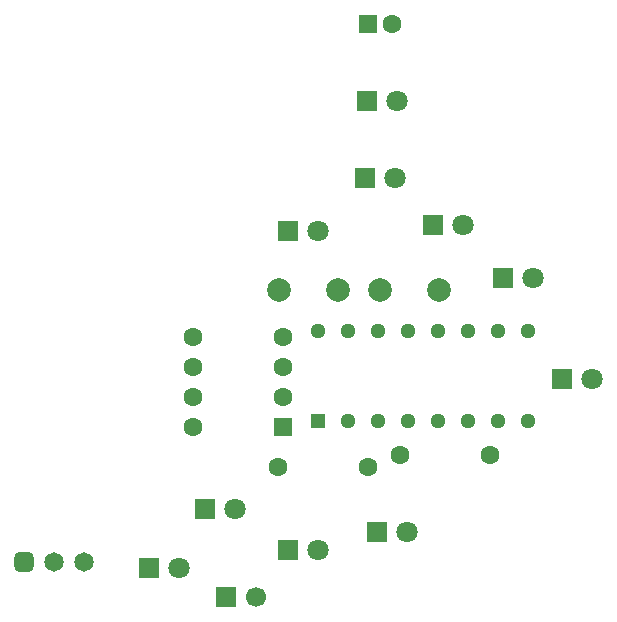
<source format=gbr>
%TF.GenerationSoftware,KiCad,Pcbnew,9.0.7-9.0.7~ubuntu24.04.1*%
%TF.CreationDate,2026-02-18T21:25:45+05:30*%
%TF.ProjectId,mudkip-themed-chaser,6d75646b-6970-42d7-9468-656d65642d63,rev?*%
%TF.SameCoordinates,Original*%
%TF.FileFunction,Soldermask,Top*%
%TF.FilePolarity,Negative*%
%FSLAX46Y46*%
G04 Gerber Fmt 4.6, Leading zero omitted, Abs format (unit mm)*
G04 Created by KiCad (PCBNEW 9.0.7-9.0.7~ubuntu24.04.1) date 2026-02-18 21:25:45*
%MOMM*%
%LPD*%
G01*
G04 APERTURE LIST*
G04 Aperture macros list*
%AMRoundRect*
0 Rectangle with rounded corners*
0 $1 Rounding radius*
0 $2 $3 $4 $5 $6 $7 $8 $9 X,Y pos of 4 corners*
0 Add a 4 corners polygon primitive as box body*
4,1,4,$2,$3,$4,$5,$6,$7,$8,$9,$2,$3,0*
0 Add four circle primitives for the rounded corners*
1,1,$1+$1,$2,$3*
1,1,$1+$1,$4,$5*
1,1,$1+$1,$6,$7*
1,1,$1+$1,$8,$9*
0 Add four rect primitives between the rounded corners*
20,1,$1+$1,$2,$3,$4,$5,0*
20,1,$1+$1,$4,$5,$6,$7,0*
20,1,$1+$1,$6,$7,$8,$9,0*
20,1,$1+$1,$8,$9,$2,$3,0*%
G04 Aperture macros list end*
%ADD10C,2.000000*%
%ADD11R,1.800000X1.800000*%
%ADD12C,1.800000*%
%ADD13R,1.295400X1.295400*%
%ADD14C,1.295400*%
%ADD15C,1.600000*%
%ADD16RoundRect,0.412500X-0.412500X-0.412500X0.412500X-0.412500X0.412500X0.412500X-0.412500X0.412500X0*%
%ADD17C,1.650000*%
%ADD18R,1.700000X1.700000*%
%ADD19C,1.700000*%
%ADD20RoundRect,0.250000X0.550000X0.550000X-0.550000X0.550000X-0.550000X-0.550000X0.550000X-0.550000X0*%
%ADD21RoundRect,0.250000X-0.550000X-0.550000X0.550000X-0.550000X0.550000X0.550000X-0.550000X0.550000X0*%
G04 APERTURE END LIST*
D10*
%TO.C,C2*%
X164500000Y-82500000D03*
X169500000Y-82500000D03*
%TD*%
D11*
%TO.C,D2*%
X163230000Y-73000000D03*
D12*
X165770000Y-73000000D03*
%TD*%
D10*
%TO.C,C1*%
X161000000Y-82500000D03*
X156000000Y-82500000D03*
%TD*%
D13*
%TO.C,U2*%
X159260000Y-93620000D03*
D14*
X161800000Y-93620000D03*
X164340000Y-93620000D03*
X166880000Y-93620000D03*
X169420000Y-93620000D03*
X171960000Y-93620000D03*
X174500000Y-93620000D03*
X177040000Y-93620000D03*
X177040000Y-86000000D03*
X174500000Y-86000000D03*
X171960000Y-86000000D03*
X169420000Y-86000000D03*
X166880000Y-86000000D03*
X164340000Y-86000000D03*
X161800000Y-86000000D03*
X159260000Y-86000000D03*
%TD*%
D11*
%TO.C,D9*%
X144960000Y-106000000D03*
D12*
X147500000Y-106000000D03*
%TD*%
D11*
%TO.C,D1*%
X163460000Y-66500000D03*
D12*
X166000000Y-66500000D03*
%TD*%
D15*
%TO.C,R1*%
X173810000Y-96500000D03*
X166190000Y-96500000D03*
%TD*%
D11*
%TO.C,D6*%
X164230000Y-103000000D03*
D12*
X166770000Y-103000000D03*
%TD*%
D11*
%TO.C,D5*%
X179960000Y-90000000D03*
D12*
X182500000Y-90000000D03*
%TD*%
D16*
%TO.C,RV1*%
X134420000Y-105500000D03*
D17*
X136960000Y-105500000D03*
X139500000Y-105500000D03*
%TD*%
D11*
%TO.C,D10*%
X174960000Y-81500000D03*
D12*
X177500000Y-81500000D03*
%TD*%
D18*
%TO.C,J1*%
X151460000Y-108500000D03*
D19*
X154000000Y-108500000D03*
%TD*%
D11*
%TO.C,D3*%
X156730000Y-77500000D03*
D12*
X159270000Y-77500000D03*
%TD*%
D15*
%TO.C,R2*%
X155880000Y-97500000D03*
X163500000Y-97500000D03*
%TD*%
D11*
%TO.C,D4*%
X169000000Y-77000000D03*
D12*
X171540000Y-77000000D03*
%TD*%
D11*
%TO.C,D8*%
X149730000Y-101000000D03*
D12*
X152270000Y-101000000D03*
%TD*%
D11*
%TO.C,D7*%
X156730000Y-104500000D03*
D12*
X159270000Y-104500000D03*
%TD*%
D20*
%TO.C,U1*%
X156305000Y-94060000D03*
D15*
X156305000Y-91520000D03*
X156305000Y-88980000D03*
X156305000Y-86440000D03*
X148685000Y-86440000D03*
X148685000Y-88980000D03*
X148685000Y-91520000D03*
X148685000Y-94060000D03*
%TD*%
D21*
%TO.C,C4*%
X163500000Y-60000000D03*
D15*
X165500000Y-60000000D03*
%TD*%
M02*

</source>
